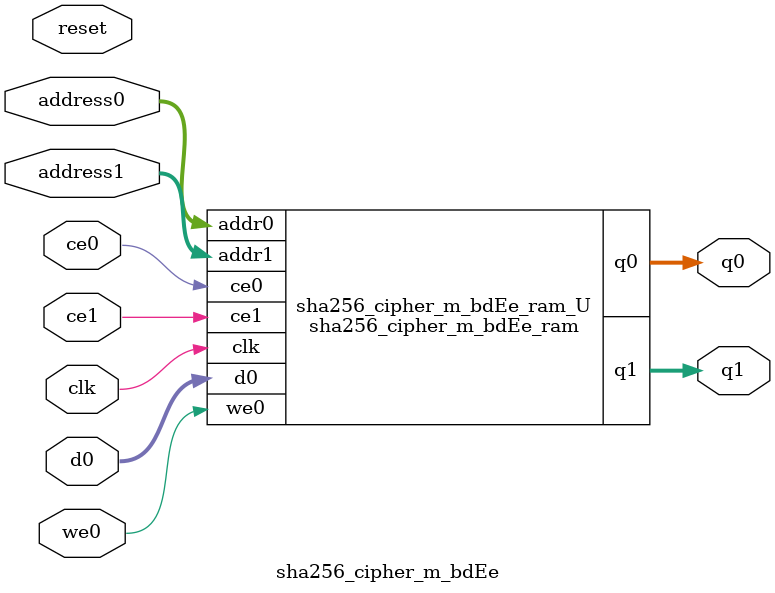
<source format=v>

`timescale 1 ns / 1 ps
module sha256_cipher_m_bdEe_ram (addr0, ce0, d0, we0, q0, addr1, ce1, q1,  clk);

parameter DWIDTH = 8;
parameter AWIDTH = 7;
parameter MEM_SIZE = 128;

input[AWIDTH-1:0] addr0;
input ce0;
input[DWIDTH-1:0] d0;
input we0;
output reg[DWIDTH-1:0] q0;
input[AWIDTH-1:0] addr1;
input ce1;
output reg[DWIDTH-1:0] q1;
input clk;

(* ram_style = "block" *)reg [DWIDTH-1:0] ram[0:MEM_SIZE-1];




always @(posedge clk)  
begin 
    if (ce0) 
    begin
        if (we0) 
        begin 
            ram[addr0] <= d0; 
            q0 <= d0;
        end 
        else 
            q0 <= ram[addr0];
    end
end


always @(posedge clk)  
begin 
    if (ce1) 
    begin
            q1 <= ram[addr1];
    end
end


endmodule


`timescale 1 ns / 1 ps
module sha256_cipher_m_bdEe(
    reset,
    clk,
    address0,
    ce0,
    we0,
    d0,
    q0,
    address1,
    ce1,
    q1);

parameter DataWidth = 32'd8;
parameter AddressRange = 32'd128;
parameter AddressWidth = 32'd7;
input reset;
input clk;
input[AddressWidth - 1:0] address0;
input ce0;
input we0;
input[DataWidth - 1:0] d0;
output[DataWidth - 1:0] q0;
input[AddressWidth - 1:0] address1;
input ce1;
output[DataWidth - 1:0] q1;



sha256_cipher_m_bdEe_ram sha256_cipher_m_bdEe_ram_U(
    .clk( clk ),
    .addr0( address0 ),
    .ce0( ce0 ),
    .d0( d0 ),
    .we0( we0 ),
    .q0( q0 ),
    .addr1( address1 ),
    .ce1( ce1 ),
    .q1( q1 ));

endmodule


</source>
